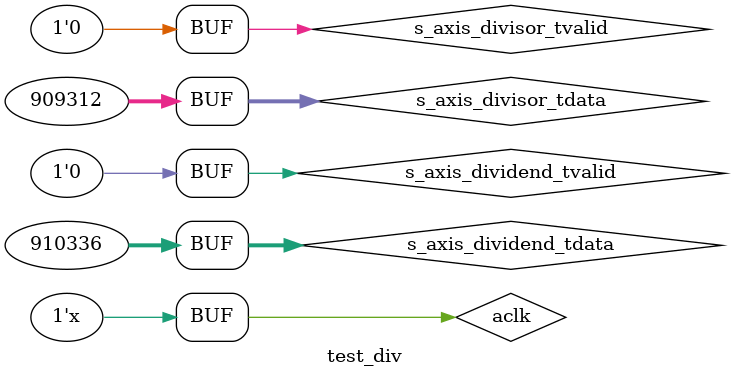
<source format=v>
`timescale 10ns / 10ns


module test_div;

	// Inputs
	reg clk;
	reg aclk;
	reg s_axis_divisor_tvalid;
	reg s_axis_dividend_tvalid;
	reg [31:0] s_axis_divisor_tdata;
	reg [31:0] s_axis_dividend_tdata;

	// Outputs
	wire s_axis_divisor_tready;
	wire s_axis_dividend_tready;
	wire m_axis_dout_tvalid;
	wire [47:0] m_axis_dout_tdata;

	// Instantiate the Unit Under Test (UUT)
	div_gen_v4_0 uut (
		.aclk(aclk), 
		.s_axis_divisor_tvalid(s_axis_divisor_tvalid), 
		.s_axis_dividend_tvalid(s_axis_dividend_tvalid), 
		.s_axis_divisor_tready(s_axis_divisor_tready), 
		.s_axis_dividend_tready(s_axis_dividend_tready), 
		.m_axis_dout_tvalid(m_axis_dout_tvalid), 
		.s_axis_divisor_tdata(s_axis_divisor_tdata), 
		.s_axis_dividend_tdata(s_axis_dividend_tdata), 
		.m_axis_dout_tdata(m_axis_dout_tdata)
	);

	parameter STEP = 2;
	parameter STEP_half=1;
	always begin
		#STEP_half;
		aclk<=~aclk;
	end
	
	
	parameter MEANMUL = 1024/IDIM;
	parameter IDIM = 26;
	
	initial begin
		// Initialize Inputs
		aclk = 0;
		s_axis_divisor_tvalid = 0;
		s_axis_dividend_tvalid = 0;
		#60
		s_axis_divisor_tvalid = 1;
		s_axis_dividend_tvalid = 1;
		s_axis_divisor_tdata = 909312;
		s_axis_dividend_tdata = 910336;
		
		
		

		// Wait 100 ns for global reset to finish
		#100;
		s_axis_divisor_tvalid = 0;
		s_axis_dividend_tvalid = 0;

        
		// Add stimulus here

	end
      
endmodule


</source>
